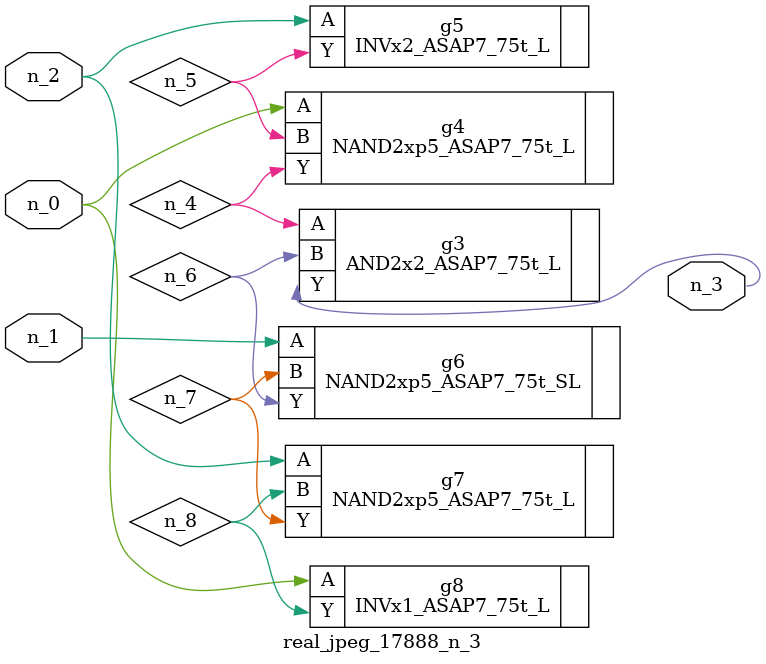
<source format=v>
module real_jpeg_17888_n_3 (n_1, n_0, n_2, n_3);

input n_1;
input n_0;
input n_2;

output n_3;

wire n_5;
wire n_8;
wire n_4;
wire n_6;
wire n_7;

NAND2xp5_ASAP7_75t_L g4 ( 
.A(n_0),
.B(n_5),
.Y(n_4)
);

INVx1_ASAP7_75t_L g8 ( 
.A(n_0),
.Y(n_8)
);

NAND2xp5_ASAP7_75t_SL g6 ( 
.A(n_1),
.B(n_7),
.Y(n_6)
);

INVx2_ASAP7_75t_L g5 ( 
.A(n_2),
.Y(n_5)
);

NAND2xp5_ASAP7_75t_L g7 ( 
.A(n_2),
.B(n_8),
.Y(n_7)
);

AND2x2_ASAP7_75t_L g3 ( 
.A(n_4),
.B(n_6),
.Y(n_3)
);


endmodule
</source>
